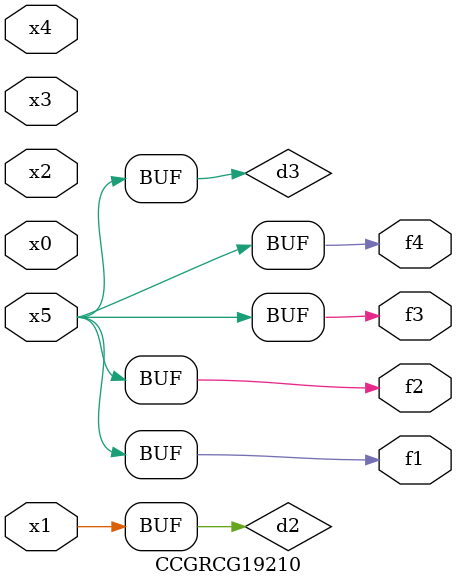
<source format=v>
module CCGRCG19210(
	input x0, x1, x2, x3, x4, x5,
	output f1, f2, f3, f4
);

	wire d1, d2, d3;

	not (d1, x5);
	or (d2, x1);
	xnor (d3, d1);
	assign f1 = d3;
	assign f2 = d3;
	assign f3 = d3;
	assign f4 = d3;
endmodule

</source>
